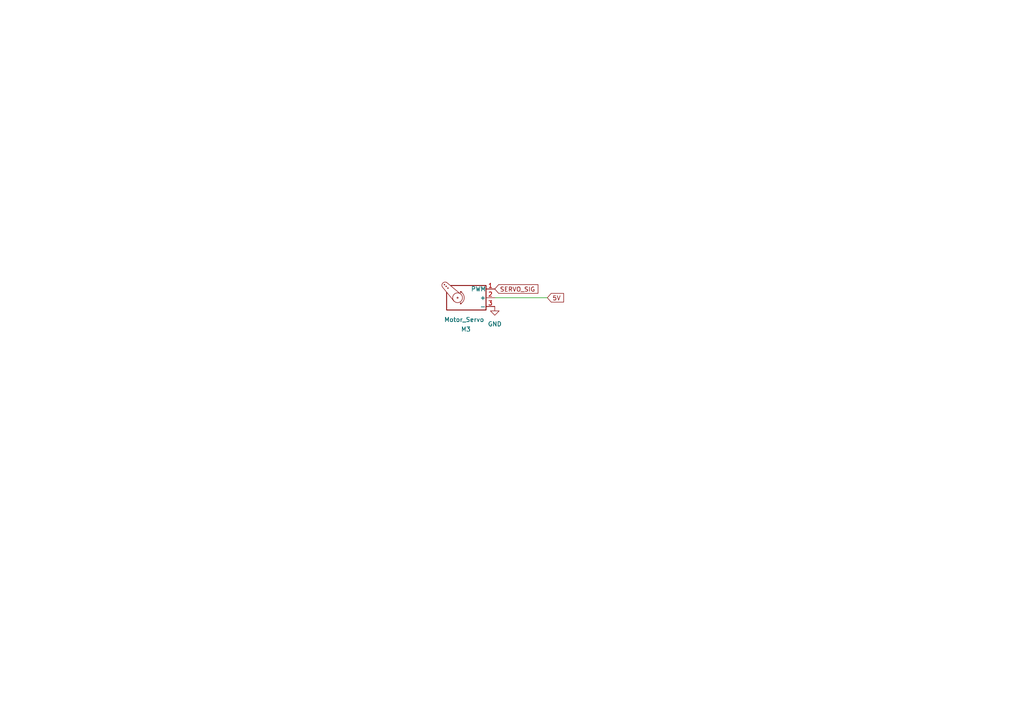
<source format=kicad_sch>
(kicad_sch
	(version 20250114)
	(generator "eeschema")
	(generator_version "9.0")
	(uuid "bc9ea57e-3dea-40dd-be22-bc8ceae79801")
	(paper "A4")
	(lib_symbols
		(symbol "Motor:Motor_Servo"
			(pin_names
				(offset 0.0254)
			)
			(exclude_from_sim no)
			(in_bom yes)
			(on_board yes)
			(property "Reference" "M"
				(at -5.08 4.445 0)
				(effects
					(font
						(size 1.27 1.27)
					)
					(justify left)
				)
			)
			(property "Value" "Motor_Servo"
				(at -5.08 -4.064 0)
				(effects
					(font
						(size 1.27 1.27)
					)
					(justify left top)
				)
			)
			(property "Footprint" ""
				(at 0 -4.826 0)
				(effects
					(font
						(size 1.27 1.27)
					)
					(hide yes)
				)
			)
			(property "Datasheet" "http://forums.parallax.com/uploads/attachments/46831/74481.png"
				(at 0 -4.826 0)
				(effects
					(font
						(size 1.27 1.27)
					)
					(hide yes)
				)
			)
			(property "Description" "Servo Motor (Futaba, HiTec, JR connector)"
				(at 0 0 0)
				(effects
					(font
						(size 1.27 1.27)
					)
					(hide yes)
				)
			)
			(property "ki_keywords" "Servo Motor"
				(at 0 0 0)
				(effects
					(font
						(size 1.27 1.27)
					)
					(hide yes)
				)
			)
			(property "ki_fp_filters" "PinHeader*P2.54mm*"
				(at 0 0 0)
				(effects
					(font
						(size 1.27 1.27)
					)
					(hide yes)
				)
			)
			(symbol "Motor_Servo_0_1"
				(polyline
					(pts
						(xy 2.413 1.778) (xy 1.905 1.778)
					)
					(stroke
						(width 0)
						(type default)
					)
					(fill
						(type none)
					)
				)
				(polyline
					(pts
						(xy 2.413 1.778) (xy 2.286 1.397)
					)
					(stroke
						(width 0)
						(type default)
					)
					(fill
						(type none)
					)
				)
				(polyline
					(pts
						(xy 2.413 -1.778) (xy 2.032 -1.778)
					)
					(stroke
						(width 0)
						(type default)
					)
					(fill
						(type none)
					)
				)
				(polyline
					(pts
						(xy 2.413 -1.778) (xy 2.286 -1.397)
					)
					(stroke
						(width 0)
						(type default)
					)
					(fill
						(type none)
					)
				)
				(arc
					(start 2.413 -1.778)
					(mid 1.2406 0)
					(end 2.413 1.778)
					(stroke
						(width 0)
						(type default)
					)
					(fill
						(type none)
					)
				)
				(circle
					(center 3.175 0)
					(radius 0.1778)
					(stroke
						(width 0)
						(type default)
					)
					(fill
						(type none)
					)
				)
				(circle
					(center 3.175 0)
					(radius 1.4224)
					(stroke
						(width 0)
						(type default)
					)
					(fill
						(type none)
					)
				)
				(polyline
					(pts
						(xy 5.08 3.556) (xy -5.08 3.556) (xy -5.08 -3.556) (xy 6.35 -3.556) (xy 6.35 1.524)
					)
					(stroke
						(width 0.254)
						(type default)
					)
					(fill
						(type none)
					)
				)
				(circle
					(center 5.969 2.794)
					(radius 0.127)
					(stroke
						(width 0)
						(type default)
					)
					(fill
						(type none)
					)
				)
				(polyline
					(pts
						(xy 6.35 4.445) (xy 2.54 1.27)
					)
					(stroke
						(width 0)
						(type default)
					)
					(fill
						(type none)
					)
				)
				(circle
					(center 6.477 3.302)
					(radius 0.127)
					(stroke
						(width 0)
						(type default)
					)
					(fill
						(type none)
					)
				)
				(arc
					(start 6.35 4.445)
					(mid 7.4487 4.2737)
					(end 7.62 3.175)
					(stroke
						(width 0)
						(type default)
					)
					(fill
						(type none)
					)
				)
				(circle
					(center 6.985 3.81)
					(radius 0.127)
					(stroke
						(width 0)
						(type default)
					)
					(fill
						(type none)
					)
				)
				(polyline
					(pts
						(xy 7.62 3.175) (xy 4.191 -1.016)
					)
					(stroke
						(width 0)
						(type default)
					)
					(fill
						(type none)
					)
				)
			)
			(symbol "Motor_Servo_1_1"
				(pin passive line
					(at -7.62 2.54 0)
					(length 2.54)
					(name "PWM"
						(effects
							(font
								(size 1.27 1.27)
							)
						)
					)
					(number "1"
						(effects
							(font
								(size 1.27 1.27)
							)
						)
					)
				)
				(pin passive line
					(at -7.62 0 0)
					(length 2.54)
					(name "+"
						(effects
							(font
								(size 1.27 1.27)
							)
						)
					)
					(number "2"
						(effects
							(font
								(size 1.27 1.27)
							)
						)
					)
				)
				(pin passive line
					(at -7.62 -2.54 0)
					(length 2.54)
					(name "-"
						(effects
							(font
								(size 1.27 1.27)
							)
						)
					)
					(number "3"
						(effects
							(font
								(size 1.27 1.27)
							)
						)
					)
				)
			)
			(embedded_fonts no)
		)
		(symbol "power:GND"
			(power)
			(pin_numbers
				(hide yes)
			)
			(pin_names
				(offset 0)
				(hide yes)
			)
			(exclude_from_sim no)
			(in_bom yes)
			(on_board yes)
			(property "Reference" "#PWR"
				(at 0 -6.35 0)
				(effects
					(font
						(size 1.27 1.27)
					)
					(hide yes)
				)
			)
			(property "Value" "GND"
				(at 0 -3.81 0)
				(effects
					(font
						(size 1.27 1.27)
					)
				)
			)
			(property "Footprint" ""
				(at 0 0 0)
				(effects
					(font
						(size 1.27 1.27)
					)
					(hide yes)
				)
			)
			(property "Datasheet" ""
				(at 0 0 0)
				(effects
					(font
						(size 1.27 1.27)
					)
					(hide yes)
				)
			)
			(property "Description" "Power symbol creates a global label with name \"GND\" , ground"
				(at 0 0 0)
				(effects
					(font
						(size 1.27 1.27)
					)
					(hide yes)
				)
			)
			(property "ki_keywords" "global power"
				(at 0 0 0)
				(effects
					(font
						(size 1.27 1.27)
					)
					(hide yes)
				)
			)
			(symbol "GND_0_1"
				(polyline
					(pts
						(xy 0 0) (xy 0 -1.27) (xy 1.27 -1.27) (xy 0 -2.54) (xy -1.27 -1.27) (xy 0 -1.27)
					)
					(stroke
						(width 0)
						(type default)
					)
					(fill
						(type none)
					)
				)
			)
			(symbol "GND_1_1"
				(pin power_in line
					(at 0 0 270)
					(length 0)
					(name "~"
						(effects
							(font
								(size 1.27 1.27)
							)
						)
					)
					(number "1"
						(effects
							(font
								(size 1.27 1.27)
							)
						)
					)
				)
			)
			(embedded_fonts no)
		)
	)
	(wire
		(pts
			(xy 143.51 86.36) (xy 158.75 86.36)
		)
		(stroke
			(width 0)
			(type default)
		)
		(uuid "12d53247-cb6e-4369-9e32-86bdb8c1c7b2")
	)
	(global_label "5V"
		(shape input)
		(at 158.75 86.36 0)
		(fields_autoplaced yes)
		(effects
			(font
				(size 1.27 1.27)
			)
			(justify left)
		)
		(uuid "18424c54-f2ab-4ac8-9673-f726d91759e8")
		(property "Intersheetrefs" "${INTERSHEET_REFS}"
			(at 164.0333 86.36 0)
			(effects
				(font
					(size 1.27 1.27)
				)
				(justify left)
				(hide yes)
			)
		)
	)
	(global_label "SERVO_SIG"
		(shape input)
		(at 143.51 83.82 0)
		(fields_autoplaced yes)
		(effects
			(font
				(size 1.27 1.27)
				(thickness 0.1588)
			)
			(justify left)
		)
		(uuid "398fbf08-43ac-4a54-a3e3-81eb6eb4dd60")
		(property "Intersheetrefs" "${INTERSHEET_REFS}"
			(at 156.5947 83.82 0)
			(effects
				(font
					(size 1.27 1.27)
				)
				(justify left)
				(hide yes)
			)
		)
	)
	(symbol
		(lib_id "Motor:Motor_Servo")
		(at 135.89 86.36 0)
		(mirror y)
		(unit 1)
		(exclude_from_sim no)
		(in_bom yes)
		(on_board yes)
		(dnp no)
		(uuid "a16458de-6a8c-4b39-bbaa-71b782d21d89")
		(property "Reference" "M3"
			(at 135.128 95.504 0)
			(effects
				(font
					(size 1.27 1.27)
				)
			)
		)
		(property "Value" "Motor_Servo"
			(at 134.6311 92.71 0)
			(effects
				(font
					(size 1.27 1.27)
				)
			)
		)
		(property "Footprint" "Connector_PinHeader_2.54mm:PinHeader_1x03_P2.54mm_Vertical"
			(at 135.89 91.186 0)
			(effects
				(font
					(size 1.27 1.27)
				)
				(hide yes)
			)
		)
		(property "Datasheet" "http://forums.parallax.com/uploads/attachments/46831/74481.png"
			(at 135.89 91.186 0)
			(effects
				(font
					(size 1.27 1.27)
				)
				(hide yes)
			)
		)
		(property "Description" "Servo Motor (Futaba, HiTec, JR connector)"
			(at 135.89 86.36 0)
			(effects
				(font
					(size 1.27 1.27)
				)
				(hide yes)
			)
		)
		(pin "3"
			(uuid "aa2da990-a15f-4222-a2fa-1763547474f7")
		)
		(pin "2"
			(uuid "2c610b92-c803-4d3d-a1d7-698b3eff3415")
		)
		(pin "1"
			(uuid "8ea34e6a-41d9-4c97-ac9f-9e8aa237655d")
		)
		(instances
			(project "Car_PCB"
				(path "/c7e35edf-6ffe-40dc-9a4f-72db8dbc3769/2f04c07e-7d9c-403d-bcd2-3bf9f8fdcb99"
					(reference "M3")
					(unit 1)
				)
			)
		)
	)
	(symbol
		(lib_id "power:GND")
		(at 143.51 88.9 0)
		(unit 1)
		(exclude_from_sim no)
		(in_bom yes)
		(on_board yes)
		(dnp no)
		(fields_autoplaced yes)
		(uuid "ffb12677-dfcf-4f92-a374-a5961803b297")
		(property "Reference" "#PWR021"
			(at 143.51 95.25 0)
			(effects
				(font
					(size 1.27 1.27)
				)
				(hide yes)
			)
		)
		(property "Value" "GND"
			(at 143.51 93.98 0)
			(effects
				(font
					(size 1.27 1.27)
				)
			)
		)
		(property "Footprint" ""
			(at 143.51 88.9 0)
			(effects
				(font
					(size 1.27 1.27)
				)
				(hide yes)
			)
		)
		(property "Datasheet" ""
			(at 143.51 88.9 0)
			(effects
				(font
					(size 1.27 1.27)
				)
				(hide yes)
			)
		)
		(property "Description" "Power symbol creates a global label with name \"GND\" , ground"
			(at 143.51 88.9 0)
			(effects
				(font
					(size 1.27 1.27)
				)
				(hide yes)
			)
		)
		(pin "1"
			(uuid "e4fcc173-300e-4eaa-a46c-6339db41ea25")
		)
		(instances
			(project "Car_PCB"
				(path "/c7e35edf-6ffe-40dc-9a4f-72db8dbc3769/2f04c07e-7d9c-403d-bcd2-3bf9f8fdcb99"
					(reference "#PWR021")
					(unit 1)
				)
			)
		)
	)
)

</source>
